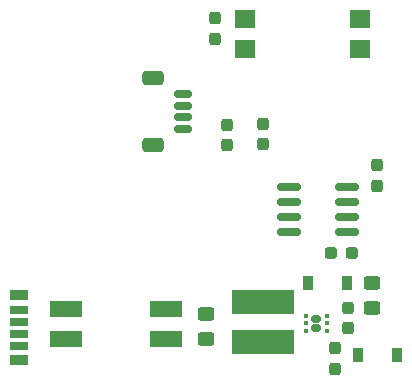
<source format=gbr>
%TF.GenerationSoftware,KiCad,Pcbnew,(6.0.4-0)*%
%TF.CreationDate,2022-07-08T14:11:35-06:00*%
%TF.ProjectId,TPS61165-heater-v6,54505336-3131-4363-952d-686561746572,rev?*%
%TF.SameCoordinates,Original*%
%TF.FileFunction,Paste,Top*%
%TF.FilePolarity,Positive*%
%FSLAX46Y46*%
G04 Gerber Fmt 4.6, Leading zero omitted, Abs format (unit mm)*
G04 Created by KiCad (PCBNEW (6.0.4-0)) date 2022-07-08 14:11:35*
%MOMM*%
%LPD*%
G01*
G04 APERTURE LIST*
G04 Aperture macros list*
%AMRoundRect*
0 Rectangle with rounded corners*
0 $1 Rounding radius*
0 $2 $3 $4 $5 $6 $7 $8 $9 X,Y pos of 4 corners*
0 Add a 4 corners polygon primitive as box body*
4,1,4,$2,$3,$4,$5,$6,$7,$8,$9,$2,$3,0*
0 Add four circle primitives for the rounded corners*
1,1,$1+$1,$2,$3*
1,1,$1+$1,$4,$5*
1,1,$1+$1,$6,$7*
1,1,$1+$1,$8,$9*
0 Add four rect primitives between the rounded corners*
20,1,$1+$1,$2,$3,$4,$5,0*
20,1,$1+$1,$4,$5,$6,$7,0*
20,1,$1+$1,$6,$7,$8,$9,0*
20,1,$1+$1,$8,$9,$2,$3,0*%
G04 Aperture macros list end*
%ADD10R,1.600000X0.800000*%
%ADD11R,1.600000X0.900000*%
%ADD12R,2.825000X1.400000*%
%ADD13RoundRect,0.237500X-0.237500X0.287500X-0.237500X-0.287500X0.237500X-0.287500X0.237500X0.287500X0*%
%ADD14RoundRect,0.150000X-0.825000X-0.150000X0.825000X-0.150000X0.825000X0.150000X-0.825000X0.150000X0*%
%ADD15R,0.900000X1.200000*%
%ADD16R,1.800000X1.600000*%
%ADD17R,5.300000X2.000000*%
%ADD18RoundRect,0.237500X0.237500X-0.287500X0.237500X0.287500X-0.237500X0.287500X-0.237500X-0.287500X0*%
%ADD19RoundRect,0.250000X0.650000X-0.350000X0.650000X0.350000X-0.650000X0.350000X-0.650000X-0.350000X0*%
%ADD20RoundRect,0.150000X0.625000X-0.150000X0.625000X0.150000X-0.625000X0.150000X-0.625000X-0.150000X0*%
%ADD21RoundRect,0.237500X-0.287500X-0.237500X0.287500X-0.237500X0.287500X0.237500X-0.287500X0.237500X0*%
%ADD22RoundRect,0.160000X0.245000X0.160000X-0.245000X0.160000X-0.245000X-0.160000X0.245000X-0.160000X0*%
%ADD23RoundRect,0.093750X0.093750X0.106250X-0.093750X0.106250X-0.093750X-0.106250X0.093750X-0.106250X0*%
%ADD24RoundRect,0.250000X0.450000X-0.325000X0.450000X0.325000X-0.450000X0.325000X-0.450000X-0.325000X0*%
%ADD25RoundRect,0.250000X-0.450000X0.325000X-0.450000X-0.325000X0.450000X-0.325000X0.450000X0.325000X0*%
G04 APERTURE END LIST*
D10*
%TO.C,J1*%
X122800000Y-84300000D03*
X122800000Y-83300000D03*
X122800000Y-82280000D03*
X122800000Y-85320000D03*
D11*
X122800000Y-81050000D03*
X122800000Y-86550000D03*
%TD*%
D12*
%TO.C,FL1*%
X135237000Y-82230000D03*
X135237000Y-84770000D03*
X126763000Y-84770000D03*
X126763000Y-82230000D03*
%TD*%
D13*
%TO.C,R3*%
X153100000Y-71775000D03*
X153100000Y-70025000D03*
%TD*%
D14*
%TO.C,U3*%
X150575000Y-71895000D03*
X150575000Y-73165000D03*
X150575000Y-74435000D03*
X150575000Y-75705000D03*
X145625000Y-75705000D03*
X145625000Y-74435000D03*
X145625000Y-73165000D03*
X145625000Y-71895000D03*
%TD*%
D15*
%TO.C,D2*%
X151450000Y-86100000D03*
X154750000Y-86100000D03*
%TD*%
D16*
%TO.C,U2*%
X151676000Y-57630000D03*
X151676000Y-60170000D03*
X141924000Y-60170000D03*
X141924000Y-57630000D03*
%TD*%
D17*
%TO.C,L1*%
X143400000Y-81600000D03*
X143400000Y-85000000D03*
%TD*%
D18*
%TO.C,R5*%
X143400000Y-66525000D03*
X143400000Y-68275000D03*
%TD*%
%TO.C,R4*%
X140400000Y-66625000D03*
X140400000Y-68375000D03*
%TD*%
D19*
%TO.C,J7*%
X134100000Y-62700000D03*
X134100000Y-68300000D03*
D20*
X136625000Y-64000000D03*
X136625000Y-65000000D03*
X136625000Y-66000000D03*
X136625000Y-67000000D03*
%TD*%
D21*
%TO.C,C4*%
X150975000Y-77500000D03*
X149225000Y-77500000D03*
%TD*%
D18*
%TO.C,R2*%
X139400000Y-57625000D03*
X139400000Y-59375000D03*
%TD*%
D22*
%TO.C,U1*%
X147930000Y-83030000D03*
X147930000Y-83830000D03*
D23*
X147042500Y-84080000D03*
X147042500Y-83430000D03*
X147042500Y-82780000D03*
X148817500Y-82780000D03*
X148817500Y-83430000D03*
X148817500Y-84080000D03*
%TD*%
D13*
%TO.C,R1*%
X149500000Y-87275000D03*
X149500000Y-85525000D03*
%TD*%
D15*
%TO.C,D1*%
X147250000Y-80000000D03*
X150550000Y-80000000D03*
%TD*%
D24*
%TO.C,C3*%
X138600000Y-82675000D03*
X138600000Y-84725000D03*
%TD*%
D25*
%TO.C,C2*%
X152700000Y-82100000D03*
X152700000Y-80050000D03*
%TD*%
D18*
%TO.C,C1*%
X150600000Y-82125000D03*
X150600000Y-83875000D03*
%TD*%
M02*

</source>
